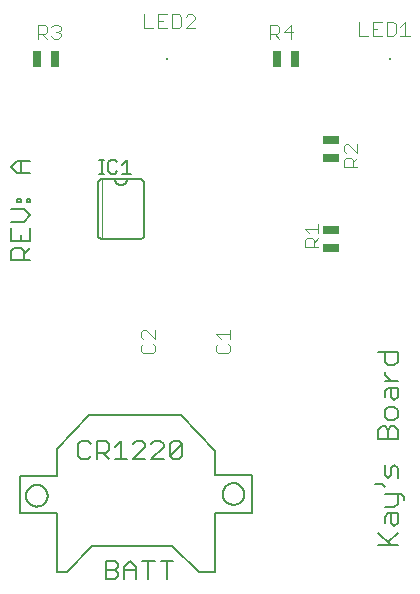
<source format=gto>
G75*
%MOIN*%
%OFA0B0*%
%FSLAX25Y25*%
%IPPOS*%
%LPD*%
%AMOC8*
5,1,8,0,0,1.08239X$1,22.5*
%
%ADD10C,0.00600*%
%ADD11C,0.00500*%
%ADD12C,0.00400*%
%ADD13C,0.00200*%
%ADD14R,0.00787X0.00787*%
%ADD15R,0.05512X0.02559*%
%ADD16R,0.02559X0.05512*%
D10*
X0015095Y0119600D02*
X0015095Y0122803D01*
X0016162Y0123870D01*
X0018297Y0123870D01*
X0019365Y0122803D01*
X0019365Y0119600D01*
X0019365Y0121735D02*
X0021500Y0123870D01*
X0021500Y0126045D02*
X0021500Y0130316D01*
X0019365Y0132491D02*
X0021500Y0134626D01*
X0019365Y0136761D01*
X0015095Y0136761D01*
X0017230Y0138936D02*
X0018297Y0138936D01*
X0018297Y0140004D01*
X0017230Y0140004D01*
X0017230Y0138936D01*
X0020432Y0138936D02*
X0021500Y0138936D01*
X0021500Y0140004D01*
X0020432Y0140004D01*
X0020432Y0138936D01*
X0019365Y0132491D02*
X0015095Y0132491D01*
X0015095Y0130316D02*
X0015095Y0126045D01*
X0021500Y0126045D01*
X0018297Y0126045D02*
X0018297Y0128181D01*
X0015095Y0119600D02*
X0021500Y0119600D01*
X0021500Y0148605D02*
X0017230Y0148605D01*
X0015095Y0150740D01*
X0017230Y0152875D01*
X0021500Y0152875D01*
X0018297Y0152875D02*
X0018297Y0148605D01*
X0044100Y0145300D02*
X0044100Y0128300D01*
X0044102Y0128224D01*
X0044108Y0128148D01*
X0044117Y0128073D01*
X0044131Y0127998D01*
X0044148Y0127924D01*
X0044169Y0127851D01*
X0044193Y0127779D01*
X0044222Y0127708D01*
X0044253Y0127639D01*
X0044288Y0127572D01*
X0044327Y0127507D01*
X0044369Y0127443D01*
X0044414Y0127382D01*
X0044462Y0127323D01*
X0044513Y0127267D01*
X0044567Y0127213D01*
X0044623Y0127162D01*
X0044682Y0127114D01*
X0044743Y0127069D01*
X0044807Y0127027D01*
X0044872Y0126988D01*
X0044939Y0126953D01*
X0045008Y0126922D01*
X0045079Y0126893D01*
X0045151Y0126869D01*
X0045224Y0126848D01*
X0045298Y0126831D01*
X0045373Y0126817D01*
X0045448Y0126808D01*
X0045524Y0126802D01*
X0045600Y0126800D01*
X0058000Y0126800D01*
X0058076Y0126802D01*
X0058152Y0126808D01*
X0058227Y0126817D01*
X0058302Y0126831D01*
X0058376Y0126848D01*
X0058449Y0126869D01*
X0058521Y0126893D01*
X0058592Y0126922D01*
X0058661Y0126953D01*
X0058728Y0126988D01*
X0058793Y0127027D01*
X0058857Y0127069D01*
X0058918Y0127114D01*
X0058977Y0127162D01*
X0059033Y0127213D01*
X0059087Y0127267D01*
X0059138Y0127323D01*
X0059186Y0127382D01*
X0059231Y0127443D01*
X0059273Y0127507D01*
X0059312Y0127572D01*
X0059347Y0127639D01*
X0059378Y0127708D01*
X0059407Y0127779D01*
X0059431Y0127851D01*
X0059452Y0127924D01*
X0059469Y0127998D01*
X0059483Y0128073D01*
X0059492Y0128148D01*
X0059498Y0128224D01*
X0059500Y0128300D01*
X0059500Y0145300D01*
X0059498Y0145376D01*
X0059492Y0145452D01*
X0059483Y0145527D01*
X0059469Y0145602D01*
X0059452Y0145676D01*
X0059431Y0145749D01*
X0059407Y0145821D01*
X0059378Y0145892D01*
X0059347Y0145961D01*
X0059312Y0146028D01*
X0059273Y0146093D01*
X0059231Y0146157D01*
X0059186Y0146218D01*
X0059138Y0146277D01*
X0059087Y0146333D01*
X0059033Y0146387D01*
X0058977Y0146438D01*
X0058918Y0146486D01*
X0058857Y0146531D01*
X0058793Y0146573D01*
X0058728Y0146612D01*
X0058661Y0146647D01*
X0058592Y0146678D01*
X0058521Y0146707D01*
X0058449Y0146731D01*
X0058376Y0146752D01*
X0058302Y0146769D01*
X0058227Y0146783D01*
X0058152Y0146792D01*
X0058076Y0146798D01*
X0058000Y0146800D01*
X0045600Y0146800D01*
X0045524Y0146798D01*
X0045448Y0146792D01*
X0045373Y0146783D01*
X0045298Y0146769D01*
X0045224Y0146752D01*
X0045151Y0146731D01*
X0045079Y0146707D01*
X0045008Y0146678D01*
X0044939Y0146647D01*
X0044872Y0146612D01*
X0044807Y0146573D01*
X0044743Y0146531D01*
X0044682Y0146486D01*
X0044623Y0146438D01*
X0044567Y0146387D01*
X0044513Y0146333D01*
X0044462Y0146277D01*
X0044414Y0146218D01*
X0044369Y0146157D01*
X0044327Y0146093D01*
X0044288Y0146028D01*
X0044253Y0145961D01*
X0044222Y0145892D01*
X0044193Y0145821D01*
X0044169Y0145749D01*
X0044148Y0145676D01*
X0044131Y0145602D01*
X0044117Y0145527D01*
X0044108Y0145452D01*
X0044102Y0145376D01*
X0044100Y0145300D01*
X0049800Y0146800D02*
X0049802Y0146712D01*
X0049808Y0146623D01*
X0049818Y0146535D01*
X0049831Y0146448D01*
X0049849Y0146361D01*
X0049870Y0146275D01*
X0049895Y0146190D01*
X0049924Y0146107D01*
X0049957Y0146024D01*
X0049993Y0145944D01*
X0050032Y0145865D01*
X0050075Y0145787D01*
X0050122Y0145712D01*
X0050172Y0145639D01*
X0050225Y0145568D01*
X0050281Y0145499D01*
X0050340Y0145433D01*
X0050402Y0145370D01*
X0050466Y0145310D01*
X0050533Y0145252D01*
X0050603Y0145198D01*
X0050675Y0145146D01*
X0050749Y0145098D01*
X0050826Y0145053D01*
X0050904Y0145012D01*
X0050984Y0144974D01*
X0051065Y0144940D01*
X0051148Y0144909D01*
X0051233Y0144882D01*
X0051318Y0144859D01*
X0051404Y0144840D01*
X0051492Y0144824D01*
X0051579Y0144812D01*
X0051667Y0144804D01*
X0051756Y0144800D01*
X0051844Y0144800D01*
X0051933Y0144804D01*
X0052021Y0144812D01*
X0052108Y0144824D01*
X0052196Y0144840D01*
X0052282Y0144859D01*
X0052367Y0144882D01*
X0052452Y0144909D01*
X0052535Y0144940D01*
X0052616Y0144974D01*
X0052696Y0145012D01*
X0052774Y0145053D01*
X0052851Y0145098D01*
X0052925Y0145146D01*
X0052997Y0145198D01*
X0053067Y0145252D01*
X0053134Y0145310D01*
X0053198Y0145370D01*
X0053260Y0145433D01*
X0053319Y0145499D01*
X0053375Y0145568D01*
X0053428Y0145639D01*
X0053478Y0145712D01*
X0053525Y0145787D01*
X0053568Y0145865D01*
X0053607Y0145944D01*
X0053643Y0146024D01*
X0053676Y0146107D01*
X0053705Y0146190D01*
X0053730Y0146275D01*
X0053751Y0146361D01*
X0053769Y0146448D01*
X0053782Y0146535D01*
X0053792Y0146623D01*
X0053798Y0146712D01*
X0053800Y0146800D01*
X0136527Y0045004D02*
X0138662Y0045004D01*
X0139730Y0043936D01*
X0139730Y0041761D02*
X0145068Y0041761D01*
X0146135Y0040694D01*
X0146135Y0039626D01*
X0144000Y0038559D02*
X0144000Y0041761D01*
X0144000Y0038559D02*
X0142932Y0037491D01*
X0139730Y0037491D01*
X0140797Y0035316D02*
X0139730Y0034248D01*
X0139730Y0032113D01*
X0141865Y0032113D02*
X0141865Y0035316D01*
X0140797Y0035316D02*
X0144000Y0035316D01*
X0144000Y0032113D01*
X0142932Y0031045D01*
X0141865Y0032113D01*
X0144000Y0028870D02*
X0140797Y0025668D01*
X0141865Y0024600D02*
X0137595Y0028870D01*
X0137595Y0024600D02*
X0144000Y0024600D01*
X0144000Y0047159D02*
X0144000Y0050362D01*
X0142932Y0051430D01*
X0141865Y0050362D01*
X0141865Y0048227D01*
X0140797Y0047159D01*
X0139730Y0048227D01*
X0139730Y0051430D01*
X0140797Y0060050D02*
X0140797Y0063253D01*
X0141865Y0064321D01*
X0142932Y0064321D01*
X0144000Y0063253D01*
X0144000Y0060050D01*
X0137595Y0060050D01*
X0137595Y0063253D01*
X0138662Y0064321D01*
X0139730Y0064321D01*
X0140797Y0063253D01*
X0140797Y0066496D02*
X0142932Y0066496D01*
X0144000Y0067563D01*
X0144000Y0069698D01*
X0142932Y0070766D01*
X0140797Y0070766D01*
X0139730Y0069698D01*
X0139730Y0067563D01*
X0140797Y0066496D01*
X0142932Y0072941D02*
X0141865Y0074009D01*
X0141865Y0077212D01*
X0140797Y0077212D02*
X0144000Y0077212D01*
X0144000Y0074009D01*
X0142932Y0072941D01*
X0139730Y0074009D02*
X0139730Y0076144D01*
X0140797Y0077212D01*
X0139730Y0079387D02*
X0144000Y0079387D01*
X0141865Y0079387D02*
X0139730Y0081522D01*
X0139730Y0082589D01*
X0140797Y0084758D02*
X0139730Y0085826D01*
X0139730Y0089028D01*
X0137595Y0089028D02*
X0144000Y0089028D01*
X0144000Y0085826D01*
X0142932Y0084758D01*
X0140797Y0084758D01*
D11*
X0030580Y0035343D02*
X0018060Y0035343D01*
X0018060Y0047863D01*
X0030580Y0047863D01*
X0030580Y0056863D01*
X0041131Y0068020D01*
X0071863Y0068020D01*
X0083020Y0056257D01*
X0083020Y0048257D01*
X0095540Y0048257D01*
X0095540Y0035343D01*
X0083020Y0035343D01*
X0083020Y0015611D01*
X0077800Y0015611D01*
X0068800Y0024461D01*
X0042225Y0024461D01*
X0033800Y0015611D01*
X0030580Y0015611D01*
X0030580Y0035343D01*
X0020123Y0041194D02*
X0020125Y0041314D01*
X0020131Y0041434D01*
X0020141Y0041553D01*
X0020155Y0041672D01*
X0020173Y0041791D01*
X0020194Y0041909D01*
X0020220Y0042026D01*
X0020250Y0042142D01*
X0020283Y0042257D01*
X0020320Y0042371D01*
X0020361Y0042483D01*
X0020406Y0042595D01*
X0020455Y0042704D01*
X0020507Y0042812D01*
X0020562Y0042919D01*
X0020621Y0043023D01*
X0020684Y0043125D01*
X0020750Y0043225D01*
X0020819Y0043323D01*
X0020891Y0043419D01*
X0020967Y0043512D01*
X0021045Y0043602D01*
X0021127Y0043690D01*
X0021211Y0043775D01*
X0021298Y0043858D01*
X0021388Y0043937D01*
X0021481Y0044013D01*
X0021576Y0044086D01*
X0021673Y0044156D01*
X0021773Y0044223D01*
X0021874Y0044286D01*
X0021978Y0044346D01*
X0022084Y0044403D01*
X0022191Y0044456D01*
X0022301Y0044505D01*
X0022412Y0044551D01*
X0022524Y0044593D01*
X0022638Y0044631D01*
X0022752Y0044665D01*
X0022868Y0044696D01*
X0022985Y0044722D01*
X0023103Y0044745D01*
X0023221Y0044764D01*
X0023340Y0044779D01*
X0023460Y0044790D01*
X0023579Y0044797D01*
X0023699Y0044800D01*
X0023819Y0044799D01*
X0023939Y0044794D01*
X0024058Y0044785D01*
X0024177Y0044772D01*
X0024296Y0044755D01*
X0024414Y0044734D01*
X0024531Y0044710D01*
X0024648Y0044681D01*
X0024763Y0044649D01*
X0024877Y0044612D01*
X0024990Y0044572D01*
X0025102Y0044528D01*
X0025212Y0044481D01*
X0025321Y0044430D01*
X0025427Y0044375D01*
X0025532Y0044317D01*
X0025635Y0044255D01*
X0025736Y0044190D01*
X0025834Y0044122D01*
X0025930Y0044050D01*
X0026024Y0043976D01*
X0026115Y0043898D01*
X0026204Y0043817D01*
X0026289Y0043733D01*
X0026372Y0043647D01*
X0026452Y0043557D01*
X0026530Y0043466D01*
X0026603Y0043371D01*
X0026674Y0043275D01*
X0026742Y0043176D01*
X0026806Y0043074D01*
X0026867Y0042971D01*
X0026924Y0042866D01*
X0026978Y0042759D01*
X0027028Y0042650D01*
X0027075Y0042539D01*
X0027118Y0042427D01*
X0027157Y0042314D01*
X0027192Y0042199D01*
X0027223Y0042084D01*
X0027251Y0041967D01*
X0027275Y0041850D01*
X0027295Y0041731D01*
X0027311Y0041613D01*
X0027323Y0041493D01*
X0027331Y0041374D01*
X0027335Y0041254D01*
X0027335Y0041134D01*
X0027331Y0041014D01*
X0027323Y0040895D01*
X0027311Y0040775D01*
X0027295Y0040657D01*
X0027275Y0040538D01*
X0027251Y0040421D01*
X0027223Y0040304D01*
X0027192Y0040189D01*
X0027157Y0040074D01*
X0027118Y0039961D01*
X0027075Y0039849D01*
X0027028Y0039738D01*
X0026978Y0039629D01*
X0026924Y0039522D01*
X0026867Y0039417D01*
X0026806Y0039314D01*
X0026742Y0039212D01*
X0026674Y0039113D01*
X0026603Y0039017D01*
X0026530Y0038922D01*
X0026452Y0038831D01*
X0026372Y0038741D01*
X0026289Y0038655D01*
X0026204Y0038571D01*
X0026115Y0038490D01*
X0026024Y0038412D01*
X0025930Y0038338D01*
X0025834Y0038266D01*
X0025736Y0038198D01*
X0025635Y0038133D01*
X0025532Y0038071D01*
X0025427Y0038013D01*
X0025321Y0037958D01*
X0025212Y0037907D01*
X0025102Y0037860D01*
X0024990Y0037816D01*
X0024877Y0037776D01*
X0024763Y0037739D01*
X0024648Y0037707D01*
X0024531Y0037678D01*
X0024414Y0037654D01*
X0024296Y0037633D01*
X0024177Y0037616D01*
X0024058Y0037603D01*
X0023939Y0037594D01*
X0023819Y0037589D01*
X0023699Y0037588D01*
X0023579Y0037591D01*
X0023460Y0037598D01*
X0023340Y0037609D01*
X0023221Y0037624D01*
X0023103Y0037643D01*
X0022985Y0037666D01*
X0022868Y0037692D01*
X0022752Y0037723D01*
X0022638Y0037757D01*
X0022524Y0037795D01*
X0022412Y0037837D01*
X0022301Y0037883D01*
X0022191Y0037932D01*
X0022084Y0037985D01*
X0021978Y0038042D01*
X0021874Y0038102D01*
X0021773Y0038165D01*
X0021673Y0038232D01*
X0021576Y0038302D01*
X0021481Y0038375D01*
X0021388Y0038451D01*
X0021298Y0038530D01*
X0021211Y0038613D01*
X0021127Y0038698D01*
X0021045Y0038786D01*
X0020967Y0038876D01*
X0020891Y0038969D01*
X0020819Y0039065D01*
X0020750Y0039163D01*
X0020684Y0039263D01*
X0020621Y0039365D01*
X0020562Y0039469D01*
X0020507Y0039576D01*
X0020455Y0039684D01*
X0020406Y0039793D01*
X0020361Y0039905D01*
X0020320Y0040017D01*
X0020283Y0040131D01*
X0020250Y0040246D01*
X0020220Y0040362D01*
X0020194Y0040479D01*
X0020173Y0040597D01*
X0020155Y0040716D01*
X0020141Y0040835D01*
X0020131Y0040954D01*
X0020125Y0041074D01*
X0020123Y0041194D01*
X0037587Y0054381D02*
X0038604Y0053363D01*
X0040639Y0053363D01*
X0041657Y0054381D01*
X0043664Y0055398D02*
X0046717Y0055398D01*
X0047734Y0056416D01*
X0047734Y0058451D01*
X0046717Y0059469D01*
X0043664Y0059469D01*
X0043664Y0053363D01*
X0045699Y0055398D02*
X0047734Y0053363D01*
X0049741Y0053363D02*
X0053811Y0053363D01*
X0051776Y0053363D02*
X0051776Y0059469D01*
X0049741Y0057434D01*
X0055818Y0058451D02*
X0056836Y0059469D01*
X0058871Y0059469D01*
X0059889Y0058451D01*
X0059889Y0057434D01*
X0055818Y0053363D01*
X0059889Y0053363D01*
X0061896Y0053363D02*
X0065966Y0057434D01*
X0065966Y0058451D01*
X0064948Y0059469D01*
X0062913Y0059469D01*
X0061896Y0058451D01*
X0061896Y0053363D02*
X0065966Y0053363D01*
X0067973Y0054381D02*
X0072043Y0058451D01*
X0072043Y0054381D01*
X0071025Y0053363D01*
X0068990Y0053363D01*
X0067973Y0054381D01*
X0067973Y0058451D01*
X0068990Y0059469D01*
X0071025Y0059469D01*
X0072043Y0058451D01*
X0085690Y0041800D02*
X0085692Y0041920D01*
X0085698Y0042040D01*
X0085708Y0042159D01*
X0085722Y0042278D01*
X0085740Y0042397D01*
X0085761Y0042515D01*
X0085787Y0042632D01*
X0085817Y0042748D01*
X0085850Y0042863D01*
X0085887Y0042977D01*
X0085928Y0043089D01*
X0085973Y0043201D01*
X0086022Y0043310D01*
X0086074Y0043418D01*
X0086129Y0043525D01*
X0086188Y0043629D01*
X0086251Y0043731D01*
X0086317Y0043831D01*
X0086386Y0043929D01*
X0086458Y0044025D01*
X0086534Y0044118D01*
X0086612Y0044208D01*
X0086694Y0044296D01*
X0086778Y0044381D01*
X0086865Y0044464D01*
X0086955Y0044543D01*
X0087048Y0044619D01*
X0087143Y0044692D01*
X0087240Y0044762D01*
X0087340Y0044829D01*
X0087441Y0044892D01*
X0087545Y0044952D01*
X0087651Y0045009D01*
X0087758Y0045062D01*
X0087868Y0045111D01*
X0087979Y0045157D01*
X0088091Y0045199D01*
X0088205Y0045237D01*
X0088319Y0045271D01*
X0088435Y0045302D01*
X0088552Y0045328D01*
X0088670Y0045351D01*
X0088788Y0045370D01*
X0088907Y0045385D01*
X0089027Y0045396D01*
X0089146Y0045403D01*
X0089266Y0045406D01*
X0089386Y0045405D01*
X0089506Y0045400D01*
X0089625Y0045391D01*
X0089744Y0045378D01*
X0089863Y0045361D01*
X0089981Y0045340D01*
X0090098Y0045316D01*
X0090215Y0045287D01*
X0090330Y0045255D01*
X0090444Y0045218D01*
X0090557Y0045178D01*
X0090669Y0045134D01*
X0090779Y0045087D01*
X0090888Y0045036D01*
X0090994Y0044981D01*
X0091099Y0044923D01*
X0091202Y0044861D01*
X0091303Y0044796D01*
X0091401Y0044728D01*
X0091497Y0044656D01*
X0091591Y0044582D01*
X0091682Y0044504D01*
X0091771Y0044423D01*
X0091856Y0044339D01*
X0091939Y0044253D01*
X0092019Y0044163D01*
X0092097Y0044072D01*
X0092170Y0043977D01*
X0092241Y0043881D01*
X0092309Y0043782D01*
X0092373Y0043680D01*
X0092434Y0043577D01*
X0092491Y0043472D01*
X0092545Y0043365D01*
X0092595Y0043256D01*
X0092642Y0043145D01*
X0092685Y0043033D01*
X0092724Y0042920D01*
X0092759Y0042805D01*
X0092790Y0042690D01*
X0092818Y0042573D01*
X0092842Y0042456D01*
X0092862Y0042337D01*
X0092878Y0042219D01*
X0092890Y0042099D01*
X0092898Y0041980D01*
X0092902Y0041860D01*
X0092902Y0041740D01*
X0092898Y0041620D01*
X0092890Y0041501D01*
X0092878Y0041381D01*
X0092862Y0041263D01*
X0092842Y0041144D01*
X0092818Y0041027D01*
X0092790Y0040910D01*
X0092759Y0040795D01*
X0092724Y0040680D01*
X0092685Y0040567D01*
X0092642Y0040455D01*
X0092595Y0040344D01*
X0092545Y0040235D01*
X0092491Y0040128D01*
X0092434Y0040023D01*
X0092373Y0039920D01*
X0092309Y0039818D01*
X0092241Y0039719D01*
X0092170Y0039623D01*
X0092097Y0039528D01*
X0092019Y0039437D01*
X0091939Y0039347D01*
X0091856Y0039261D01*
X0091771Y0039177D01*
X0091682Y0039096D01*
X0091591Y0039018D01*
X0091497Y0038944D01*
X0091401Y0038872D01*
X0091303Y0038804D01*
X0091202Y0038739D01*
X0091099Y0038677D01*
X0090994Y0038619D01*
X0090888Y0038564D01*
X0090779Y0038513D01*
X0090669Y0038466D01*
X0090557Y0038422D01*
X0090444Y0038382D01*
X0090330Y0038345D01*
X0090215Y0038313D01*
X0090098Y0038284D01*
X0089981Y0038260D01*
X0089863Y0038239D01*
X0089744Y0038222D01*
X0089625Y0038209D01*
X0089506Y0038200D01*
X0089386Y0038195D01*
X0089266Y0038194D01*
X0089146Y0038197D01*
X0089027Y0038204D01*
X0088907Y0038215D01*
X0088788Y0038230D01*
X0088670Y0038249D01*
X0088552Y0038272D01*
X0088435Y0038298D01*
X0088319Y0038329D01*
X0088205Y0038363D01*
X0088091Y0038401D01*
X0087979Y0038443D01*
X0087868Y0038489D01*
X0087758Y0038538D01*
X0087651Y0038591D01*
X0087545Y0038648D01*
X0087441Y0038708D01*
X0087340Y0038771D01*
X0087240Y0038838D01*
X0087143Y0038908D01*
X0087048Y0038981D01*
X0086955Y0039057D01*
X0086865Y0039136D01*
X0086778Y0039219D01*
X0086694Y0039304D01*
X0086612Y0039392D01*
X0086534Y0039482D01*
X0086458Y0039575D01*
X0086386Y0039671D01*
X0086317Y0039769D01*
X0086251Y0039869D01*
X0086188Y0039971D01*
X0086129Y0040075D01*
X0086074Y0040182D01*
X0086022Y0040290D01*
X0085973Y0040399D01*
X0085928Y0040511D01*
X0085887Y0040623D01*
X0085850Y0040737D01*
X0085817Y0040852D01*
X0085787Y0040968D01*
X0085761Y0041085D01*
X0085740Y0041203D01*
X0085722Y0041322D01*
X0085708Y0041441D01*
X0085698Y0041560D01*
X0085692Y0041680D01*
X0085690Y0041800D01*
X0069043Y0019500D02*
X0064973Y0019500D01*
X0062966Y0019500D02*
X0058896Y0019500D01*
X0060931Y0019500D02*
X0060931Y0013395D01*
X0056889Y0013395D02*
X0056889Y0017465D01*
X0054853Y0019500D01*
X0052818Y0017465D01*
X0052818Y0013395D01*
X0050811Y0014412D02*
X0049794Y0013395D01*
X0046741Y0013395D01*
X0046741Y0019500D01*
X0049794Y0019500D01*
X0050811Y0018483D01*
X0050811Y0017465D01*
X0049794Y0016447D01*
X0046741Y0016447D01*
X0049794Y0016447D02*
X0050811Y0015430D01*
X0050811Y0014412D01*
X0052818Y0016447D02*
X0056889Y0016447D01*
X0067008Y0013395D02*
X0067008Y0019500D01*
X0041657Y0058451D02*
X0040639Y0059469D01*
X0038604Y0059469D01*
X0037587Y0058451D01*
X0037587Y0054381D01*
X0044550Y0148550D02*
X0046051Y0148550D01*
X0045301Y0148550D02*
X0045301Y0153054D01*
X0046051Y0153054D02*
X0044550Y0153054D01*
X0047619Y0152303D02*
X0047619Y0149301D01*
X0048370Y0148550D01*
X0049871Y0148550D01*
X0050622Y0149301D01*
X0052223Y0148550D02*
X0055226Y0148550D01*
X0053724Y0148550D02*
X0053724Y0153054D01*
X0052223Y0151553D01*
X0050622Y0152303D02*
X0049871Y0153054D01*
X0048370Y0153054D01*
X0047619Y0152303D01*
D12*
X0030906Y0193500D02*
X0029371Y0193500D01*
X0028604Y0194267D01*
X0027069Y0193500D02*
X0025535Y0195035D01*
X0026302Y0195035D02*
X0027069Y0195802D01*
X0027069Y0197337D01*
X0026302Y0198104D01*
X0024000Y0198104D01*
X0024000Y0193500D01*
X0024000Y0195035D02*
X0026302Y0195035D01*
X0028604Y0197337D02*
X0029371Y0198104D01*
X0030906Y0198104D01*
X0031673Y0197337D01*
X0031673Y0196569D01*
X0030906Y0195802D01*
X0031673Y0195035D01*
X0031673Y0194267D01*
X0030906Y0193500D01*
X0030906Y0195802D02*
X0030139Y0195802D01*
X0059500Y0197000D02*
X0062569Y0197000D01*
X0064104Y0197000D02*
X0067173Y0197000D01*
X0068708Y0197000D02*
X0071010Y0197000D01*
X0071777Y0197767D01*
X0071777Y0200837D01*
X0071010Y0201604D01*
X0068708Y0201604D01*
X0068708Y0197000D01*
X0065639Y0199302D02*
X0064104Y0199302D01*
X0064104Y0201604D02*
X0064104Y0197000D01*
X0064104Y0201604D02*
X0067173Y0201604D01*
X0073312Y0200837D02*
X0074079Y0201604D01*
X0075614Y0201604D01*
X0076381Y0200837D01*
X0076381Y0200069D01*
X0073312Y0197000D01*
X0076381Y0197000D01*
X0059500Y0197000D02*
X0059500Y0201604D01*
X0101500Y0198104D02*
X0101500Y0193500D01*
X0101500Y0195035D02*
X0103802Y0195035D01*
X0104569Y0195802D01*
X0104569Y0197337D01*
X0103802Y0198104D01*
X0101500Y0198104D01*
X0103035Y0195035D02*
X0104569Y0193500D01*
X0106104Y0195802D02*
X0109173Y0195802D01*
X0108406Y0193500D02*
X0108406Y0198104D01*
X0106104Y0195802D01*
X0131084Y0194500D02*
X0134154Y0194500D01*
X0135688Y0194500D02*
X0138757Y0194500D01*
X0140292Y0194500D02*
X0142594Y0194500D01*
X0143361Y0195267D01*
X0143361Y0198337D01*
X0142594Y0199104D01*
X0140292Y0199104D01*
X0140292Y0194500D01*
X0137223Y0196802D02*
X0135688Y0196802D01*
X0135688Y0199104D02*
X0135688Y0194500D01*
X0131084Y0194500D02*
X0131084Y0199104D01*
X0135688Y0199104D02*
X0138757Y0199104D01*
X0144896Y0197569D02*
X0146431Y0199104D01*
X0146431Y0194500D01*
X0147965Y0194500D02*
X0144896Y0194500D01*
X0130600Y0158465D02*
X0130600Y0155396D01*
X0127531Y0158465D01*
X0126763Y0158465D01*
X0125996Y0157698D01*
X0125996Y0156163D01*
X0126763Y0155396D01*
X0126763Y0153861D02*
X0128298Y0153861D01*
X0129065Y0153094D01*
X0129065Y0150792D01*
X0129065Y0152327D02*
X0130600Y0153861D01*
X0130600Y0150792D02*
X0125996Y0150792D01*
X0125996Y0153094D01*
X0126763Y0153861D01*
X0117600Y0131673D02*
X0117600Y0128604D01*
X0117600Y0130139D02*
X0112996Y0130139D01*
X0114531Y0128604D01*
X0115298Y0127069D02*
X0116065Y0126302D01*
X0116065Y0124000D01*
X0116065Y0125535D02*
X0117600Y0127069D01*
X0115298Y0127069D02*
X0113763Y0127069D01*
X0112996Y0126302D01*
X0112996Y0124000D01*
X0117600Y0124000D01*
X0088100Y0096465D02*
X0088100Y0093396D01*
X0088100Y0094931D02*
X0083496Y0094931D01*
X0085031Y0093396D01*
X0084263Y0091861D02*
X0083496Y0091094D01*
X0083496Y0089559D01*
X0084263Y0088792D01*
X0087333Y0088792D01*
X0088100Y0089559D01*
X0088100Y0091094D01*
X0087333Y0091861D01*
X0063100Y0091094D02*
X0063100Y0089559D01*
X0062333Y0088792D01*
X0059263Y0088792D01*
X0058496Y0089559D01*
X0058496Y0091094D01*
X0059263Y0091861D01*
X0059263Y0093396D02*
X0058496Y0094163D01*
X0058496Y0095698D01*
X0059263Y0096465D01*
X0060031Y0096465D01*
X0063100Y0093396D01*
X0063100Y0096465D01*
X0062333Y0091861D02*
X0063100Y0091094D01*
D13*
X0045500Y0126800D02*
X0045500Y0146800D01*
D14*
X0067194Y0186800D03*
X0141406Y0186800D03*
D15*
X0121806Y0159720D03*
X0121806Y0153920D03*
X0121794Y0129680D03*
X0121794Y0123880D03*
D16*
X0109680Y0186806D03*
X0103880Y0186806D03*
X0029680Y0186806D03*
X0023880Y0186806D03*
M02*

</source>
